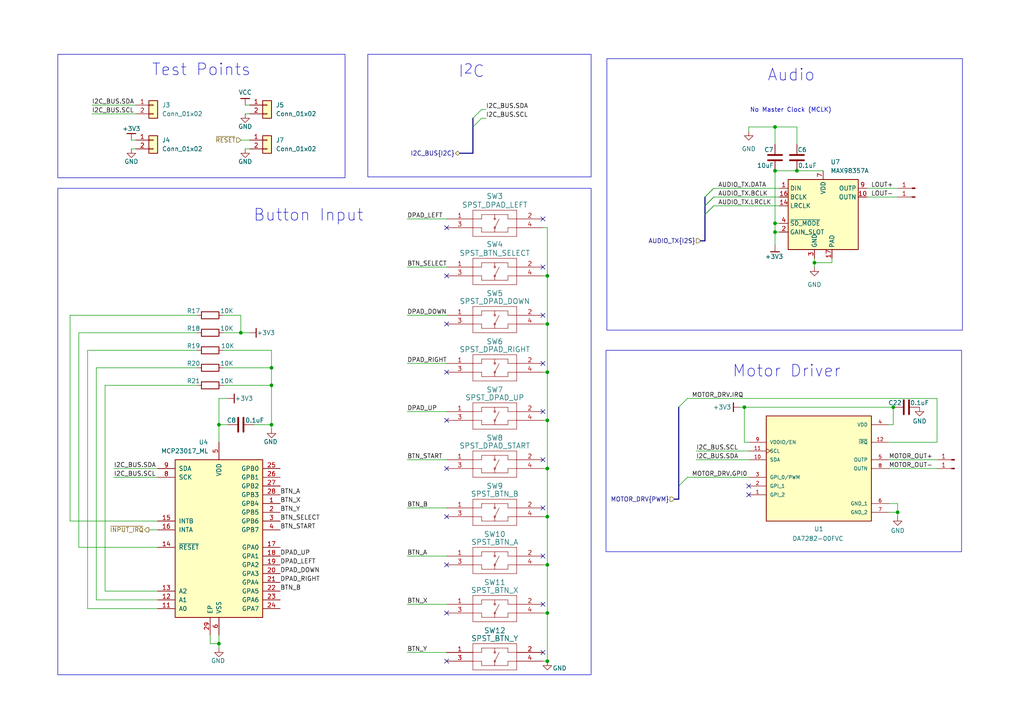
<source format=kicad_sch>
(kicad_sch (version 20250114) (generator "eeschema") (generator_version "9.0")
  (paper "A4")
  (title_block (title "${TITLE}") (date "2024-12-25") (rev "${VERSION}") (company "${AUTHOR}") (comment 1 "${LICENSE}"))
  (lib_symbols
    (symbol "Audio:MAX98357A"
      (property "Reference" "U" (at -8.89 11.43 0))
      (property "Value" "MAX98357A" (at 10.16 11.43 0))
      (symbol "MAX98357A_1_1"
        (rectangle (start -10.16 10.16) (end 10.16 -10.16) (stroke (width 0.254)) (fill (type background)))
        (pin input line (at -12.7 7.62 0) (length 2.54) (name "DIN") (number "1"))
        (pin input line (at -12.7 5.08 0) (length 2.54) (name "BCLK") (number "16"))
        (pin input line (at -12.7 2.54 0) (length 2.54) (name "LRCLK") (number "14"))
        (pin input line (at -12.7 -2.54 0) (length 2.54) (name "~{SD_MODE}") (number "4"))
        (pin passive line (at -12.7 -5.08 0) (length 2.54) (name "GAIN_SLOT") (number "2"))
        (pin passive line (at -2.54 -12.7 90) (length 2.54) (hide yes) (name "GND") (number "11"))
        (pin passive line (at -2.54 -12.7 90) (length 2.54) (hide yes) (name "GND") (number "15"))
        (pin power_in line (at -2.54 -12.7 90) (length 2.54) (name "GND") (number "3"))
        (pin power_in line (at 0 12.7 270) (length 2.54) (name "VDD") (number "7"))
        (pin passive line (at 0 12.7 270) (length 2.54) (hide yes) (name "VDD") (number "8"))
        (pin unspecified line (at 2.54 -12.7 90) (length 2.54) (name "PAD") (number "17"))
        (pin no_connect line (at 10.16 2.54 180) (length 2.54) (hide yes) (name "NC") (number "5"))
        (pin no_connect line (at 10.16 0 180) (length 2.54) (hide yes) (name "NC") (number "6"))
        (pin no_connect line (at 10.16 -5.08 180) (length 2.54) (hide yes) (name "NC") (number "12"))
        (pin no_connect line (at 10.16 -7.62 180) (length 2.54) (hide yes) (name "NC") (number "13"))
        (pin output line (at 12.7 7.62 180) (length 2.54) (name "OUTP") (number "9"))
        (pin output line (at 12.7 5.08 180) (length 2.54) (name "OUTN") (number "10"))
      )
    )
    (symbol "Connector:Conn_01x01_Pin" (pin_names (offset 1.016) (hide yes))
      (property "Reference" "J" (at 0 2.54 0))
      (property "Value" "Conn_01x01_Pin" (at 0 -2.54 0))
      (symbol "Conn_01x01_Pin_1_1"
        (rectangle (start 0.8636 0.127) (end 0 -0.127) (stroke (width 0.1524)) (fill (type outline)))
        (polyline (pts (xy 1.27 0) (xy 0.8636 0)) (stroke (width 0.1524)))
        (pin passive line (at 5.08 0 180) (length 3.81) (name "Pin_1") (number "1"))
      )
    )
    (symbol "Connector_Generic:Conn_01x02" (pin_names (offset 1.016) (hide yes))
      (property "Reference" "J" (at 0 2.54 0))
      (property "Value" "Conn_01x02" (at 0 -5.08 0))
      (symbol "Conn_01x02_1_1"
        (rectangle (start -1.27 1.27) (end 1.27 -3.81) (stroke (width 0.254)) (fill (type background)))
        (rectangle (start -1.27 0.127) (end 0 -0.127) (stroke (width 0.1524)))
        (rectangle (start -1.27 -2.413) (end 0 -2.667) (stroke (width 0.1524)))
        (pin passive line (at -5.08 0 0) (length 3.81) (name "Pin_1") (number "1"))
        (pin passive line (at -5.08 -2.54 0) (length 3.81) (name "Pin_2") (number "2"))
      )
    )
    (symbol "DA7282-00FVC:DA7282-00FVC" (pin_names (offset 1.016))
      (property "Reference" "U" (at -15.24 15.875 0))
      (property "Value" "DA7282-00FVC" (at -15.24 -17.78 0))
      (symbol "DA7282-00FVC_0_0"
        (rectangle (start -15.24 15.24) (end 15.24 -15.24) (stroke (width 0.254)) (fill (type background)))
        (pin input line (at -20.32 7.62 0) (length 5.08) (name "VDDIO/EN") (number "9"))
        (pin input clock (at -20.32 5.08 0) (length 5.08) (name "SCL") (number "11"))
        (pin bidirectional line (at -20.32 2.54 0) (length 5.08) (name "SDA") (number "10"))
        (pin input line (at -20.32 -2.54 0) (length 5.08) (name "GPI_0/PWM") (number "3"))
        (pin input line (at -20.32 -5.08 0) (length 5.08) (name "GPI_1") (number "2"))
        (pin input line (at -20.32 -7.62 0) (length 5.08) (name "GPI_2") (number "1"))
        (pin power_in line (at 20.32 12.7 180) (length 5.08) (name "VDD") (number "4"))
        (pin output line (at 20.32 7.62 180) (length 5.08) (name "~{IRQ}") (number "12"))
        (pin output line (at 20.32 2.54 180) (length 5.08) (name "OUTP") (number "5"))
        (pin output line (at 20.32 0 180) (length 5.08) (name "OUTN") (number "8"))
        (pin power_in line (at 20.32 -10.16 180) (length 5.08) (name "GND_1") (number "6"))
        (pin power_in line (at 20.32 -12.7 180) (length 5.08) (name "GND_2") (number "7"))
      )
    )
    (symbol "Device:C" (pin_numbers (hide yes)) (pin_names (offset 0.254))
      (property "Reference" "C" (at 0.635 2.54 0))
      (property "Value" "C" (at 0.635 -2.54 0))
      (symbol "C_0_1"
        (polyline (pts (xy -2.032 0.762) (xy 2.032 0.762)) (stroke (width 0.508)))
        (polyline (pts (xy -2.032 -0.762) (xy 2.032 -0.762)) (stroke (width 0.508)))
      )
      (symbol "C_1_1"
        (pin passive line (at 0 3.81 270) (length 2.794) (name "~") (number "1"))
        (pin passive line (at 0 -3.81 90) (length 2.794) (name "~") (number "2"))
      )
    )
    (symbol "Device:R" (pin_numbers (hide yes)) (pin_names (offset 0))
      (property "Reference" "R" (at 2.032 0 90))
      (property "Value" "R" (at 0 0 90))
      (symbol "R_0_1"
        (rectangle (start -1.016 -2.54) (end 1.016 2.54) (stroke (width 0.254)))
      )
      (symbol "R_1_1"
        (pin passive line (at 0 3.81 270) (length 1.27) (name "~") (number "1"))
        (pin passive line (at 0 -3.81 90) (length 1.27) (name "~") (number "2"))
      )
    )
    (symbol "GND_1" (power) (pin_numbers (hide yes)) (pin_names (offset 0) (hide yes))
      (property "Value" "GND" (at 0 -3.81 0))
      (symbol "GND_1_0_1"
        (polyline (pts (xy 0 0) (xy 0 -1.27) (xy 1.27 -1.27) (xy 0 -2.54) (xy -1.27 -1.27) (xy 0 -1.27)))
      )
      (symbol "GND_1_1_1"
        (pin power_in line (at 0 0 270) (length 0) (name "~") (number "1"))
      )
    )
    (symbol "GND_29" (power) (pin_names (offset 0))
      (property "Value" "GND" (at 0 -3.81 0))
      (symbol "GND_29_0_1"
        (polyline (pts (xy 0 0) (xy 0 -1.27) (xy 1.27 -1.27) (xy 0 -2.54) (xy -1.27 -1.27) (xy 0 -1.27)))
      )
      (symbol "GND_29_1_1"
        (pin power_in line (at 0 0 270) (length 0) (hide yes) (name "GND") (number "1"))
      )
    )
    (symbol "GND_3" (power) (pin_numbers (hide yes)) (pin_names (offset 0) (hide yes))
      (property "Value" "GND" (at 0 -3.81 0))
      (symbol "GND_3_0_1"
        (polyline (pts (xy 0 0) (xy 0 -1.27) (xy 1.27 -1.27) (xy 0 -2.54) (xy -1.27 -1.27) (xy 0 -1.27)))
      )
      (symbol "GND_3_1_1"
        (pin power_in line (at 0 0 270) (length 0) (name "~") (number "1"))
      )
    )
    (symbol "GND_31" (power) (pin_names (offset 0))
      (property "Value" "GND" (at 0 -3.81 0))
      (symbol "GND_31_0_1"
        (polyline (pts (xy 0 0) (xy 0 -1.27) (xy 1.27 -1.27) (xy 0 -2.54) (xy -1.27 -1.27) (xy 0 -1.27)))
      )
      (symbol "GND_31_1_1"
        (pin power_in line (at 0 0 270) (length 0) (hide yes) (name "GND") (number "1"))
      )
    )
    (symbol "GND_38" (power) (pin_names (offset 0))
      (property "Value" "GND" (at 0 -3.81 0))
      (symbol "GND_38_0_1"
        (polyline (pts (xy 0 0) (xy 0 -1.27) (xy 1.27 -1.27) (xy 0 -2.54) (xy -1.27 -1.27) (xy 0 -1.27)))
      )
      (symbol "GND_38_1_1"
        (pin power_in line (at 0 0 270) (length 0) (hide yes) (name "GND") (number "1"))
      )
    )
    (symbol "Interface_Expansion:MCP23017_ML" (pin_names (offset 1.016))
      (property "Reference" "U" (at -11.43 24.13 0))
      (property "Value" "MCP23017_ML" (at 0 0 0))
      (symbol "MCP23017_ML_0_1"
        (rectangle (start -12.7 22.86) (end 12.7 -22.86) (stroke (width 0.254)) (fill (type background)))
      )
      (symbol "MCP23017_ML_1_1"
        (pin bidirectional line (at -17.78 20.32 0) (length 5.08) (name "SDA") (number "9"))
        (pin input line (at -17.78 17.78 0) (length 5.08) (name "SCK") (number "8"))
        (pin tri_state line (at -17.78 5.08 0) (length 5.08) (name "INTB") (number "15"))
        (pin tri_state line (at -17.78 2.54 0) (length 5.08) (name "INTA") (number "16"))
        (pin input line (at -17.78 -2.54 0) (length 5.08) (name "~{RESET}") (number "14"))
        (pin input line (at -17.78 -15.24 0) (length 5.08) (name "A2") (number "13"))
        (pin input line (at -17.78 -17.78 0) (length 5.08) (name "A1") (number "12"))
        (pin input line (at -17.78 -20.32 0) (length 5.08) (name "A0") (number "11"))
        (pin no_connect line (at -12.7 15.24 0) (length 5.08) (hide yes) (name "NC") (number "7"))
        (pin no_connect line (at -12.7 12.7 0) (length 5.08) (hide yes) (name "NC") (number "10"))
        (pin passive line (at -2.54 -27.94 90) (length 5.08) (name "EP") (number "29"))
        (pin power_in line (at 0 27.94 270) (length 5.08) (name "VDD") (number "5"))
        (pin power_in line (at 0 -27.94 90) (length 5.08) (name "VSS") (number "6"))
        (pin bidirectional line (at 17.78 20.32 180) (length 5.08) (name "GPB0") (number "25"))
        (pin bidirectional line (at 17.78 17.78 180) (length 5.08) (name "GPB1") (number "26"))
        (pin bidirectional line (at 17.78 15.24 180) (length 5.08) (name "GPB2") (number "27"))
        (pin bidirectional line (at 17.78 12.7 180) (length 5.08) (name "GPB3") (number "28"))
        (pin bidirectional line (at 17.78 10.16 180) (length 5.08) (name "GPB4") (number "1"))
        (pin bidirectional line (at 17.78 7.62 180) (length 5.08) (name "GPB5") (number "2"))
        (pin bidirectional line (at 17.78 5.08 180) (length 5.08) (name "GPB6") (number "3"))
        (pin output line (at 17.78 2.54 180) (length 5.08) (name "GPB7") (number "4"))
        (pin bidirectional line (at 17.78 -2.54 180) (length 5.08) (name "GPA0") (number "17"))
        (pin bidirectional line (at 17.78 -5.08 180) (length 5.08) (name "GPA1") (number "18"))
        (pin bidirectional line (at 17.78 -7.62 180) (length 5.08) (name "GPA2") (number "19"))
        (pin bidirectional line (at 17.78 -10.16 180) (length 5.08) (name "GPA3") (number "20"))
        (pin bidirectional line (at 17.78 -12.7 180) (length 5.08) (name "GPA4") (number "21"))
        (pin bidirectional line (at 17.78 -15.24 180) (length 5.08) (name "GPA5") (number "22"))
        (pin bidirectional line (at 17.78 -17.78 180) (length 5.08) (name "GPA6") (number "23"))
        (pin output line (at 17.78 -20.32 180) (length 5.08) (name "GPA7") (number "24"))
      )
    )
    (symbol "PTS526_SK15_SMTR2_LFS:PTS526_SK15_SMTR2_LFS" (pin_names (offset 0.254))
      (property "Reference" "U" (at 20.32 10.16 0))
      (property "Value" "PTS526 SK15 SMTR2 LFS" (at 20.32 7.62 0))
      (symbol "PTS526_SK15_SMTR2_LFS_0_1"
        (polyline (pts (xy 13.97 5.08) (xy 13.97 -2.54)) (stroke (width 0.127)))
        (polyline (pts (xy 13.97 2.54) (xy 16.51 2.54)) (stroke (width 0.127)))
        (polyline (pts (xy 13.97 -2.54) (xy 26.67 -2.54)) (stroke (width 0.127)))
        (polyline (pts (xy 16.51 3.81) (xy 24.13 3.81)) (stroke (width 0.127)))
        (polyline (pts (xy 16.51 2.54) (xy 16.51 3.81)) (stroke (width 0.127)))
        (polyline (pts (xy 16.51 0) (xy 13.97 0)) (stroke (width 0.127)))
        (polyline (pts (xy 16.51 -1.27) (xy 16.51 0)) (stroke (width 0.127)))
        (polyline (pts (xy 20.32 3.81) (xy 20.32 2.54)) (stroke (width 0.127)))
        (circle (center 20.32 2.54) (radius 0.254) (stroke (width 0.127)))
        (polyline (pts (xy 20.32 0) (xy 20.32 -1.27)) (stroke (width 0.127)))
        (circle (center 20.32 0) (radius 0.254) (stroke (width 0.127)))
        (polyline (pts (xy 21.59 2.54) (xy 20.32 0)) (stroke (width 0.127)))
        (polyline (pts (xy 24.13 3.81) (xy 24.13 2.54)) (stroke (width 0.127)))
        (polyline (pts (xy 24.13 2.54) (xy 26.67 2.54)) (stroke (width 0.127)))
        (polyline (pts (xy 24.13 0) (xy 24.13 -1.27)) (stroke (width 0.127)))
        (polyline (pts (xy 24.13 -1.27) (xy 16.51 -1.27)) (stroke (width 0.127)))
        (polyline (pts (xy 26.67 5.08) (xy 13.97 5.08)) (stroke (width 0.127)))
        (polyline (pts (xy 26.67 0) (xy 24.13 0)) (stroke (width 0.127)))
        (polyline (pts (xy 26.67 -2.54) (xy 26.67 5.08)) (stroke (width 0.127)))
      )
      (symbol "PTS526_SK15_SMTR2_LFS_1_1"
        (pin unspecified line (at 6.35 2.54 0) (length 7.62) (name "") (number "1"))
        (pin unspecified line (at 6.35 0 0) (length 7.62) (name "") (number "3"))
        (pin unspecified line (at 34.29 2.54 180) (length 7.62) (name "") (number "2"))
        (pin unspecified line (at 34.29 0 180) (length 7.62) (name "") (number "4"))
      )
    )
    (symbol "gkl_power:+3V3" (power) (pin_names (offset 0))
      (property "Value" "+3V3" (at 0 3.556 0))
      (symbol "+3V3_0_1"
        (polyline (pts (xy -1.27 1.905) (xy 1.27 1.905)) (stroke (width 0.3048)))
        (polyline (pts (xy 0 0) (xy 0 1.905)))
      )
      (symbol "+3V3_1_1"
        (pin power_in line (at 0 0 90) (length 0) (hide yes) (name "+3V3") (number "1"))
      )
    )
    (symbol "gkl_power:VCC" (power) (pin_names (offset 0))
      (property "Value" "VCC" (at 0 3.556 0))
      (symbol "VCC_0_1"
        (polyline (pts (xy -1.27 1.905) (xy 1.27 1.905)) (stroke (width 0.3048)))
        (polyline (pts (xy 0 0) (xy 0 1.905)))
      )
      (symbol "VCC_1_1"
        (pin power_in line (at 0 0 90) (length 0) (hide yes) (name "VCC") (number "1"))
      )
    )
  )
  (bus_alias "I2C" (members "SDA" "SCL"))
  (rectangle (start 106.68 15.748) (end 171.45 51.308))
  (rectangle (start 176.022 17.018) (end 279.146 95.758))
  (rectangle (start 16.764 15.748) (end 100.076 51.562))
  (rectangle (start 175.768 101.6) (end 278.892 160.02))
  (rectangle (start 16.764 54.61) (end 171.45 195.707))
  (text "Test Points" (at 43.942 22.352 0) (effects (font (size 3.4036 3.4036)) (justify left bottom)))
  (text "Audio" (at 222.504 23.876 0) (effects (font (size 3.4036 3.4036)) (justify left bottom)))
  (text "I^{2}C" (at 132.842 22.86 0) (effects (font (size 3.4036 3.4036)) (justify left bottom)))
  (text "No Master Clock (MCLK)" (at 229.362 32.004 0) (effects (font (size 1.27 1.27))))
  (text "Button Input" (at 73.406 64.516 0) (effects (font (size 3.4036 3.4036)) (justify left bottom)))
  (text "Motor Driver" (at 212.344 109.728 0) (effects (font (size 3.4036 3.4036)) (justify left bottom)))
  (junction (at 224.79 67.31))
  (junction (at 158.75 80.01))
  (junction (at 260.35 148.59))
  (junction (at 69.85 96.52))
  (junction (at 158.75 191.77))
  (junction (at 224.79 36.83))
  (junction (at 158.75 149.86))
  (junction (at 231.14 49.53))
  (junction (at 158.75 107.95))
  (junction (at 224.79 64.77))
  (junction (at 215.9 118.11))
  (junction (at 158.75 163.83))
  (junction (at 78.74 106.68))
  (junction (at 63.5 186.69))
  (junction (at 158.75 177.8))
  (junction (at 224.79 49.53))
  (junction (at 158.75 121.92))
  (junction (at 158.75 135.89))
  (junction (at 236.22 76.2))
  (junction (at 63.5 123.19))
  (junction (at 158.75 93.98))
  (junction (at 259.08 118.11))
  (junction (at 78.74 123.19))
  (junction (at 78.74 111.76))
  (no_connect (at 157.48 77.47))
  (no_connect (at 129.54 163.83))
  (no_connect (at 129.54 93.98))
  (no_connect (at 129.54 121.92))
  (no_connect (at 129.54 135.89))
  (no_connect (at 129.54 149.86))
  (no_connect (at 217.17 143.51))
  (no_connect (at 157.48 119.38))
  (no_connect (at 157.48 105.41))
  (no_connect (at 157.48 189.23))
  (no_connect (at 157.48 175.26))
  (no_connect (at 217.17 140.97))
  (no_connect (at 157.48 63.5))
  (no_connect (at 157.48 147.32))
  (no_connect (at 157.48 91.44))
  (no_connect (at 129.54 66.04))
  (no_connect (at 129.54 80.01))
  (no_connect (at 129.54 177.8))
  (no_connect (at 129.54 107.95))
  (no_connect (at 129.54 191.77))
  (no_connect (at 157.48 133.35))
  (no_connect (at 157.48 161.29))
  (bus_entry (at 204.47 59.69) (size 2.54 -2.54))
  (bus_entry (at 204.47 62.23) (size 2.54 -2.54))
  (bus_entry (at 137.16 36.83) (size 2.54 -2.54))
  (bus_entry (at 137.16 34.29) (size 2.54 -2.54))
  (bus_entry (at 196.85 118.11) (size 2.54 -2.54))
  (bus_entry (at 204.47 57.15) (size 2.54 -2.54))
  (bus_entry (at 204.47 57.15) (size 2.54 -2.54))
  (bus_entry (at 204.47 62.23) (size 2.54 -2.54))
  (bus_entry (at 204.47 59.69) (size 2.54 -2.54))
  (bus_entry (at 196.85 140.97) (size 2.54 -2.54))
  (bus (pts (xy 137.16 34.29) (xy 137.16 36.83)))
  (wire (pts (xy 64.77 96.52) (xy 69.85 96.52)))
  (wire (pts (xy 20.32 151.13) (xy 20.32 91.44)))
  (wire (pts (xy 257.81 148.59) (xy 260.35 148.59)))
  (wire (pts (xy 22.86 96.52) (xy 57.15 96.52)))
  (wire (pts (xy 22.86 96.52) (xy 22.86 158.75)))
  (wire (pts (xy 45.72 153.67) (xy 43.18 153.67)))
  (wire (pts (xy 207.01 57.15) (xy 226.06 57.15)))
  (bus (pts (xy 195.58 144.78) (xy 196.85 144.78)))
  (wire (pts (xy 224.79 64.77) (xy 226.06 64.77)))
  (wire (pts (xy 63.5 184.15) (xy 63.5 186.69)))
  (wire (pts (xy 199.39 138.43) (xy 217.17 138.43)))
  (bus (pts (xy 133.35 44.45) (xy 137.16 44.45)))
  (wire (pts (xy 63.5 187.96) (xy 63.5 186.69)))
  (wire (pts (xy 139.7 34.29) (xy 140.97 34.29)))
  (wire (pts (xy 27.94 106.68) (xy 27.94 173.99)))
  (wire (pts (xy 33.02 135.89) (xy 45.72 135.89)))
  (wire (pts (xy 224.79 71.12) (xy 224.79 67.31)))
  (wire (pts (xy 69.85 96.52) (xy 72.39 96.52)))
  (wire (pts (xy 118.11 77.47) (xy 129.54 77.47)))
  (wire (pts (xy 45.72 151.13) (xy 20.32 151.13)))
  (wire (pts (xy 157.48 177.8) (xy 158.75 177.8)))
  (wire (pts (xy 236.22 74.93) (xy 236.22 76.2)))
  (bus (pts (xy 204.47 62.23) (xy 204.47 69.85)))
  (wire (pts (xy 157.48 191.77) (xy 158.75 191.77)))
  (wire (pts (xy 64.77 91.44) (xy 69.85 91.44)))
  (wire (pts (xy 260.35 146.05) (xy 260.35 148.59)))
  (wire (pts (xy 158.75 163.83) (xy 158.75 177.8)))
  (wire (pts (xy 158.75 177.8) (xy 158.75 191.77)))
  (bus (pts (xy 196.85 144.78) (xy 196.85 140.97)))
  (bus (pts (xy 203.2 69.85) (xy 204.47 69.85)))
  (wire (pts (xy 236.22 76.2) (xy 236.22 77.47)))
  (wire (pts (xy 20.32 91.44) (xy 57.15 91.44)))
  (wire (pts (xy 78.74 111.76) (xy 78.74 123.19)))
  (wire (pts (xy 257.81 135.89) (xy 271.78 135.89)))
  (wire (pts (xy 118.11 189.23) (xy 129.54 189.23)))
  (wire (pts (xy 27.94 106.68) (xy 57.15 106.68)))
  (bus (pts (xy 204.47 57.15) (xy 204.47 59.69)))
  (wire (pts (xy 63.5 115.57) (xy 63.5 123.19)))
  (wire (pts (xy 139.7 31.75) (xy 140.97 31.75)))
  (wire (pts (xy 259.08 118.11) (xy 215.9 118.11)))
  (wire (pts (xy 257.81 146.05) (xy 260.35 146.05)))
  (wire (pts (xy 158.75 66.04) (xy 157.48 66.04)))
  (wire (pts (xy 63.5 123.19) (xy 63.5 128.27)))
  (wire (pts (xy 72.39 40.64) (xy 69.85 40.64)))
  (wire (pts (xy 158.75 80.01) (xy 158.75 93.98)))
  (wire (pts (xy 260.35 149.86) (xy 260.35 148.59)))
  (wire (pts (xy 118.11 105.41) (xy 129.54 105.41)))
  (wire (pts (xy 157.48 80.01) (xy 158.75 80.01)))
  (wire (pts (xy 26.67 30.48) (xy 39.37 30.48)))
  (wire (pts (xy 214.63 118.11) (xy 215.9 118.11)))
  (bus (pts (xy 196.85 118.11) (xy 196.85 140.97)))
  (wire (pts (xy 26.67 33.02) (xy 39.37 33.02)))
  (wire (pts (xy 238.76 49.53) (xy 231.14 49.53)))
  (wire (pts (xy 241.3 76.2) (xy 236.22 76.2)))
  (wire (pts (xy 71.12 33.02) (xy 72.39 33.02)))
  (wire (pts (xy 78.74 124.46) (xy 78.74 123.19)))
  (wire (pts (xy 66.04 123.19) (xy 63.5 123.19)))
  (wire (pts (xy 231.14 36.83) (xy 224.79 36.83)))
  (wire (pts (xy 30.48 111.76) (xy 57.15 111.76)))
  (wire (pts (xy 224.79 64.77) (xy 224.79 67.31)))
  (wire (pts (xy 73.66 123.19) (xy 78.74 123.19)))
  (wire (pts (xy 157.48 107.95) (xy 158.75 107.95)))
  (wire (pts (xy 71.12 43.18) (xy 72.39 43.18)))
  (wire (pts (xy 251.46 54.61) (xy 260.35 54.61)))
  (wire (pts (xy 158.75 93.98) (xy 158.75 107.95)))
  (wire (pts (xy 217.17 36.83) (xy 217.17 38.1)))
  (wire (pts (xy 64.77 101.6) (xy 78.74 101.6)))
  (wire (pts (xy 66.04 115.57) (xy 63.5 115.57)))
  (wire (pts (xy 224.79 49.53) (xy 224.79 64.77)))
  (wire (pts (xy 158.75 66.04) (xy 158.75 80.01)))
  (wire (pts (xy 129.54 63.5) (xy 118.11 63.5)))
  (wire (pts (xy 27.94 173.99) (xy 45.72 173.99)))
  (wire (pts (xy 224.79 36.83) (xy 217.17 36.83)))
  (wire (pts (xy 25.4 176.53) (xy 45.72 176.53)))
  (wire (pts (xy 158.75 135.89) (xy 158.75 149.86)))
  (wire (pts (xy 118.11 175.26) (xy 129.54 175.26)))
  (bus (pts (xy 137.16 36.83) (xy 137.16 44.45)))
  (wire (pts (xy 207.01 54.61) (xy 226.06 54.61)))
  (wire (pts (xy 224.79 67.31) (xy 226.06 67.31)))
  (wire (pts (xy 78.74 101.6) (xy 78.74 106.68)))
  (wire (pts (xy 157.48 93.98) (xy 158.75 93.98)))
  (bus (pts (xy 204.47 59.69) (xy 204.47 62.23)))
  (wire (pts (xy 201.93 133.35) (xy 217.17 133.35)))
  (wire (pts (xy 118.11 147.32) (xy 129.54 147.32)))
  (wire (pts (xy 231.14 49.53) (xy 224.79 49.53)))
  (wire (pts (xy 64.77 111.76) (xy 78.74 111.76)))
  (wire (pts (xy 158.75 149.86) (xy 158.75 163.83)))
  (wire (pts (xy 78.74 106.68) (xy 78.74 111.76)))
  (wire (pts (xy 201.93 130.81) (xy 217.17 130.81)))
  (wire (pts (xy 118.11 119.38) (xy 129.54 119.38)))
  (wire (pts (xy 271.78 128.27) (xy 257.81 128.27)))
  (wire (pts (xy 199.39 115.57) (xy 271.78 115.57)))
  (wire (pts (xy 207.01 59.69) (xy 226.06 59.69)))
  (wire (pts (xy 271.78 115.57) (xy 271.78 128.27)))
  (wire (pts (xy 215.9 118.11) (xy 215.9 128.27)))
  (wire (pts (xy 260.35 57.15) (xy 251.46 57.15)))
  (wire (pts (xy 259.08 123.19) (xy 259.08 118.11)))
  (wire (pts (xy 22.86 158.75) (xy 45.72 158.75)))
  (wire (pts (xy 38.1 43.18) (xy 39.37 43.18)))
  (wire (pts (xy 71.12 30.48) (xy 72.39 30.48)))
  (wire (pts (xy 259.08 123.19) (xy 257.81 123.19)))
  (wire (pts (xy 157.48 163.83) (xy 158.75 163.83)))
  (wire (pts (xy 30.48 171.45) (xy 45.72 171.45)))
  (wire (pts (xy 30.48 111.76) (xy 30.48 171.45)))
  (wire (pts (xy 33.02 138.43) (xy 45.72 138.43)))
  (wire (pts (xy 157.48 149.86) (xy 158.75 149.86)))
  (wire (pts (xy 231.14 41.91) (xy 231.14 36.83)))
  (wire (pts (xy 215.9 128.27) (xy 217.17 128.27)))
  (wire (pts (xy 157.48 121.92) (xy 158.75 121.92)))
  (wire (pts (xy 118.11 133.35) (xy 129.54 133.35)))
  (wire (pts (xy 241.3 74.93) (xy 241.3 76.2)))
  (wire (pts (xy 60.96 186.69) (xy 63.5 186.69)))
  (wire (pts (xy 118.11 161.29) (xy 129.54 161.29)))
  (wire (pts (xy 38.1 40.64) (xy 39.37 40.64)))
  (wire (pts (xy 224.79 36.83) (xy 224.79 41.91)))
  (wire (pts (xy 69.85 91.44) (xy 69.85 96.52)))
  (wire (pts (xy 60.96 184.15) (xy 60.96 186.69)))
  (wire (pts (xy 158.75 107.95) (xy 158.75 121.92)))
  (wire (pts (xy 257.81 133.35) (xy 271.78 133.35)))
  (wire (pts (xy 64.77 106.68) (xy 78.74 106.68)))
  (wire (pts (xy 25.4 101.6) (xy 57.15 101.6)))
  (wire (pts (xy 157.48 135.89) (xy 158.75 135.89)))
  (wire (pts (xy 118.11 91.44) (xy 129.54 91.44)))
  (wire (pts (xy 158.75 121.92) (xy 158.75 135.89)))
  (wire (pts (xy 25.4 101.6) (xy 25.4 176.53)))
  (label "BTN_A" (at 81.28 143.51 0))
  (label "AUDIO_TX.DATA" (at 208.28 54.61 0))
  (label "MOTOR_DRV.IRQ" (at 200.66 115.57 0))
  (label "I2C_BUS.SDA" (at 33.02 135.89 0))
  (label "BTN_SELECT" (at 118.11 77.47 0))
  (label "MOTOR_OUT+" (at 257.81 133.35 0))
  (label "DPAD_DOWN" (at 118.11 91.44 0))
  (label "I2C_BUS.SDA" (at 140.97 31.75 0))
  (label "BTN_START" (at 118.11 133.35 0))
  (label "I2C_BUS.SDA" (at 26.67 30.48 0))
  (label "DPAD_UP" (at 118.11 119.38 0))
  (label "DPAD_LEFT" (at 118.11 63.5 0))
  (label "BTN_X" (at 81.28 146.05 0))
  (label "I2C_BUS.SCL" (at 201.93 130.81 0))
  (label "BTN_START" (at 81.28 153.67 0))
  (label "AUDIO_TX.BCLK" (at 208.28 57.15 0))
  (label "DPAD_RIGHT" (at 118.11 105.41 0))
  (label "BTN_B" (at 81.28 171.45 0))
  (label "I2C_BUS.SCL" (at 26.67 33.02 0))
  (label "I2C_BUS.SCL" (at 140.97 34.29 0))
  (label "DPAD_DOWN" (at 81.28 166.37 0))
  (label "MOTOR_OUT-" (at 257.81 135.89 0))
  (label "I2C_BUS.SCL" (at 33.02 138.43 0))
  (label "BTN_Y" (at 81.28 148.59 0))
  (label "BTN_A" (at 118.11 161.29 0))
  (label "DPAD_RIGHT" (at 81.28 168.91 0))
  (label "MOTOR_DRV.GPI0" (at 200.66 138.43 0))
  (label "DPAD_LEFT" (at 81.28 163.83 0))
  (label "BTN_SELECT" (at 81.28 151.13 0))
  (label "DPAD_UP" (at 81.28 161.29 0))
  (label "LOUT-" (at 259.08 57.15 180))
  (label "LOUT+" (at 259.08 54.61 180))
  (label "BTN_B" (at 118.11 147.32 0))
  (label "I2C_BUS.SDA" (at 201.93 133.35 0))
  (label "BTN_Y" (at 118.11 189.23 0))
  (label "AUDIO_TX.LRCLK" (at 208.28 59.69 0))
  (label "BTN_X" (at 118.11 175.26 0))
  (hierarchical_label "~{INPUT_IRQ}" (shape output) (at 43.18 153.67 180))
  (hierarchical_label "I2C_BUS{I2C}" (shape bidirectional) (at 133.35 44.45 180))
  (hierarchical_label "MOTOR_DRV{PWM}" (shape input) (at 195.58 144.78 180))
  (hierarchical_label "~{RESET}" (shape input) (at 69.85 40.64 180))
  (hierarchical_label "AUDIO_TX{I2S}" (shape input) (at 203.2 69.85 180))
  (symbol (lib_name "GND_1") (lib_id "power:GND") (at 260.35 149.86 0) (unit 1)
    (property "Reference" "#PWR020" (effects (hide yes)))
    (property "Value" "GND" (at 258.318 153.924 0) (effects (justify left)))
    (property "Description" "Power symbol creates a global label with name \"GND\" , ground" (effects (hide yes)))
  )
  (symbol (lib_id "Device:R") (at 60.96 101.6 90) (unit 1)
    (property "Reference" "R19" (at 56.134 100.33 90))
    (property "Value" "10K" (at 66.04 100.33 90))
    (property "Footprint" "Capacitor_SMD:C_0402_1005Metric" (effects (hide yes)))
    (property "Datasheet" "https://www.vishay.com/docs/20067/rcahp.pdf" (effects (hide yes)))
    (property "Description" "Resistor" (effects (hide yes)))
    (property "MP" "RCA040210K0FKEDHP" (effects (hide yes)))
  )
  (symbol (lib_id "PTS526_SK15_SMTR2_LFS:PTS526_SK15_SMTR2_LFS") (at 123.19 93.98 0) (unit 1)
    (property "Reference" "SW5" (at 143.51 85.09 0) (effects (font (size 1.524 1.524))))
    (property "Value" "SPST_DPAD_DOWN" (at 143.51 87.376 0) (effects (font (size 1.524 1.524))))
    (property "Footprint" "PTS526_SK15_SMTR2_LFS:SMT_FS" (effects (hide yes)))
    (property "Datasheet" "https://www.ckswitches.com/media/2780/pts526.pdf" (effects (hide yes)))
    (property "MP" "PTS526SK15SMTR2 LFS" (effects (hide yes)))
  )
  (symbol (lib_id "Device:C") (at 224.79 45.72 180) (unit 1)
    (property "Reference" "C7" (at 223.012 43.434 0))
    (property "Value" "10uF" (at 221.996 48.006 0))
    (property "Footprint" "Capacitor_SMD:C_0603_1608Metric" (effects (hide yes)))
    (property "Datasheet" "https://search.murata.co.jp/Ceramy/image/img/A01X/G101/ENG/GRM188C81C106MA73-01.pdf" (effects (hide yes)))
    (property "Description" "Unpolarized capacitor" (effects (hide yes)))
    (property "MP" "GRM188C81C106MA73D" (effects (hide yes)))
  )
  (symbol (lib_id "Device:R") (at 60.96 111.76 90) (unit 1)
    (property "Reference" "R21" (at 56.134 110.49 90))
    (property "Value" "10K" (at 65.786 110.49 90))
    (property "Footprint" "Capacitor_SMD:C_0402_1005Metric" (effects (hide yes)))
    (property "Datasheet" "https://www.vishay.com/docs/20067/rcahp.pdf" (effects (hide yes)))
    (property "Description" "Resistor" (effects (hide yes)))
    (property "MP" "RCA040210K0FKEDHP" (effects (hide yes)))
  )
  (symbol (lib_name "GND_1") (lib_id "power:GND") (at 266.7 118.11 0) (unit 1)
    (property "Reference" "#PWR069" (effects (hide yes)))
    (property "Value" "GND" (at 264.668 122.174 0) (effects (justify left)))
    (property "Description" "Power symbol creates a global label with name \"GND\" , ground" (effects (hide yes)))
  )
  (symbol (lib_id "PTS526_SK15_SMTR2_LFS:PTS526_SK15_SMTR2_LFS") (at 123.19 80.01 0) (unit 1)
    (property "Reference" "SW4" (at 143.51 70.866 0) (effects (font (size 1.524 1.524))))
    (property "Value" "SPST_BTN_SELECT" (at 143.51 73.406 0) (effects (font (size 1.524 1.524))))
    (property "Footprint" "PTS526_SK15_SMTR2_LFS:SMT_FS" (effects (hide yes)))
    (property "Datasheet" "https://www.ckswitches.com/media/2780/pts526.pdf" (effects (hide yes)))
    (property "MP" "PTS526SK15SMTR2 LFS" (effects (hide yes)))
  )
  (symbol (lib_id "Connector:Conn_01x01_Pin") (at 276.86 135.89 180) (unit 1)
    (property "Reference" "LPAD_OUT-1" (effects (hide yes)))
    (property "Value" "Conn_01x01_Pin" (effects (hide yes)))
    (property "Footprint" "Connector_Wire:SolderWirePad_1x01_SMD_1x2mm" (effects (hide yes)))
    (property "Description" "Generic connector, single row, 01x01, script generated" (effects (hide yes)))
  )
  (symbol (lib_id "gkl_power:+3V3") (at 72.39 96.52 270) (unit 1)
    (property "Reference" "#PWR044" (effects (hide yes)))
    (property "Value" "+3V3" (at 79.756 96.52 90) (effects (justify right)))
  )
  (symbol (lib_name "GND_29") (lib_id "power:GND") (at 63.5 187.96 0) (unit 1)
    (property "Reference" "#PWR046" (effects (hide yes)))
    (property "Value" "GND" (at 63.246 191.643 0))
  )
  (symbol (lib_id "PTS526_SK15_SMTR2_LFS:PTS526_SK15_SMTR2_LFS") (at 123.19 135.89 0) (unit 1)
    (property "Reference" "SW8" (at 143.51 127 0) (effects (font (size 1.524 1.524))))
    (property "Value" "SPST_DPAD_START" (at 143.51 129.286 0) (effects (font (size 1.524 1.524))))
    (property "Footprint" "PTS526_SK15_SMTR2_LFS:SMT_FS" (effects (hide yes)))
    (property "Datasheet" "https://www.ckswitches.com/media/2780/pts526.pdf" (effects (hide yes)))
    (property "MP" "PTS526SK15SMTR2 LFS" (effects (hide yes)))
  )
  (symbol (lib_id "Device:C") (at 262.89 118.11 270) (unit 1)
    (property "Reference" "C22" (at 259.588 116.84 90))
    (property "Value" "0.1uF" (at 266.7 116.84 90))
    (property "Footprint" "Capacitor_SMD:C_0402_1005Metric" (effects (hide yes)))
    (property "Datasheet" "https://search.murata.co.jp/Ceramy/image/img/A01X/G101/ENG/GRM155R71A104JA01-01.pdf" (effects (hide yes)))
    (property "Description" "Unpolarized capacitor" (effects (hide yes)))
    (property "MP" "GRM155R71A104JA01D" (effects (hide yes)))
  )
  (symbol (lib_id "PTS526_SK15_SMTR2_LFS:PTS526_SK15_SMTR2_LFS") (at 123.19 121.92 0) (unit 1)
    (property "Reference" "SW7" (at 143.51 113.03 0) (effects (font (size 1.524 1.524))))
    (property "Value" "SPST_DPAD_UP" (at 143.51 115.316 0) (effects (font (size 1.524 1.524))))
    (property "Footprint" "PTS526_SK15_SMTR2_LFS:SMT_FS" (effects (hide yes)))
    (property "Datasheet" "https://www.ckswitches.com/media/2780/pts526.pdf" (effects (hide yes)))
    (property "MP" "PTS526SK15SMTR2 LFS" (effects (hide yes)))
  )
  (symbol (lib_id "gkl_power:+3V3") (at 214.63 118.11 90) (unit 1)
    (property "Reference" "#PWR049" (effects (hide yes)))
    (property "Value" "+3V3" (at 212.09 118.11 90) (effects (justify left)))
  )
  (symbol (lib_name "GND_3") (lib_id "power:GND") (at 236.22 77.47 0) (unit 1)
    (property "Reference" "#PWR056" (effects (hide yes)))
    (property "Value" "GND" (at 236.22 82.55 0))
    (property "Description" "Power symbol creates a global label with name \"GND\" , ground" (effects (hide yes)))
  )
  (symbol (lib_id "PTS526_SK15_SMTR2_LFS:PTS526_SK15_SMTR2_LFS") (at 123.19 149.86 0) (unit 1)
    (property "Reference" "SW9" (at 143.51 140.97 0) (effects (font (size 1.524 1.524))))
    (property "Value" "SPST_BTN_B" (at 143.51 143.256 0) (effects (font (size 1.524 1.524))))
    (property "Footprint" "PTS526_SK15_SMTR2_LFS:SMT_FS" (effects (hide yes)))
    (property "Datasheet" "https://www.ckswitches.com/media/2780/pts526.pdf" (effects (hide yes)))
    (property "MP" "PTS526SK15SMTR2 LFS" (effects (hide yes)))
  )
  (symbol (lib_id "Device:R") (at 60.96 106.68 90) (unit 1)
    (property "Reference" "R20" (at 56.134 105.41 90))
    (property "Value" "10K" (at 65.786 105.41 90))
    (property "Footprint" "Capacitor_SMD:C_0402_1005Metric" (effects (hide yes)))
    (property "Datasheet" "https://www.vishay.com/docs/20067/rcahp.pdf" (effects (hide yes)))
    (property "Description" "Resistor" (effects (hide yes)))
    (property "MP" "RCA040210K0FKEDHP" (effects (hide yes)))
  )
  (symbol (lib_name "GND_38") (lib_id "power:GND") (at 71.12 43.18 0) (unit 1)
    (property "Reference" "#PWR024" (effects (hide yes)))
    (property "Value" "GND" (at 71.12 46.863 0))
  )
  (symbol (lib_id "PTS526_SK15_SMTR2_LFS:PTS526_SK15_SMTR2_LFS") (at 123.19 163.83 0) (unit 1)
    (property "Reference" "SW10" (at 143.51 154.94 0) (effects (font (size 1.524 1.524))))
    (property "Value" "SPST_BTN_A" (at 143.51 157.226 0) (effects (font (size 1.524 1.524))))
    (property "Footprint" "PTS526_SK15_SMTR2_LFS:SMT_FS" (effects (hide yes)))
    (property "Datasheet" "https://www.ckswitches.com/media/2780/pts526.pdf" (effects (hide yes)))
    (property "MP" "PTS526SK15SMTR2 LFS" (effects (hide yes)))
  )
  (symbol (lib_id "Device:R") (at 60.96 91.44 90) (unit 1)
    (property "Reference" "R17" (at 56.134 90.17 90))
    (property "Value" "10K" (at 65.786 90.17 90))
    (property "Footprint" "Capacitor_SMD:C_0402_1005Metric" (effects (hide yes)))
    (property "Datasheet" "https://www.vishay.com/docs/20067/rcahp.pdf" (effects (hide yes)))
    (property "Description" "Resistor" (effects (hide yes)))
    (property "MP" "RCA040210K0FKEDHP" (effects (hide yes)))
  )
  (symbol (lib_name "GND_38") (lib_id "power:GND") (at 71.12 33.02 0) (unit 1)
    (property "Reference" "#PWR023" (effects (hide yes)))
    (property "Value" "GND" (at 71.12 36.703 0))
  )
  (symbol (lib_id "Connector_Generic:Conn_01x02") (at 77.47 40.64 0) (unit 1)
    (property "Reference" "J7" (at 80.01 40.6399 0) (effects (justify left)))
    (property "Value" "Conn_01x02" (at 80.01 43.1799 0) (effects (justify left)))
    (property "Footprint" "Connector_PinHeader_2.54mm:PinHeader_1x02_P2.54mm_Vertical" (effects (hide yes)))
    (property "Datasheet" "https://www.we-online.com/components/products/datasheet/61300211121.pdf" (effects (hide yes)))
    (property "Description" "Generic connector, single row, 01x02, script generated (kicad-library-utils/schlib/autogen/connector/)" (effects (hide yes)))
    (property "MP" "61300211121" (effects (hide yes)))
  )
  (symbol (lib_id "gkl_power:VCC") (at 71.12 30.48 0) (unit 1)
    (property "Reference" "#PWR021" (effects (hide yes)))
    (property "Value" "VCC" (at 71.12 26.797 0))
  )
  (symbol (lib_id "PTS526_SK15_SMTR2_LFS:PTS526_SK15_SMTR2_LFS") (at 123.19 177.8 0) (unit 1)
    (property "Reference" "SW11" (at 143.51 168.91 0) (effects (font (size 1.524 1.524))))
    (property "Value" "SPST_BTN_X" (at 143.51 171.196 0) (effects (font (size 1.524 1.524))))
    (property "Footprint" "PTS526_SK15_SMTR2_LFS:SMT_FS" (effects (hide yes)))
    (property "Datasheet" "https://www.ckswitches.com/media/2780/pts526.pdf" (effects (hide yes)))
    (property "MP" "PTS526SK15SMTR2 LFS" (effects (hide yes)))
  )
  (symbol (lib_id "Device:R") (at 60.96 96.52 90) (unit 1)
    (property "Reference" "R18" (at 56.134 95.25 90))
    (property "Value" "10K" (at 65.786 95.25 90))
    (property "Footprint" "Capacitor_SMD:C_0402_1005Metric" (effects (hide yes)))
    (property "Datasheet" "https://www.vishay.com/docs/20067/rcahp.pdf" (effects (hide yes)))
    (property "Description" "Resistor" (effects (hide yes)))
    (property "MP" "RCA040210K0FKEDHP" (effects (hide yes)))
  )
  (symbol (lib_id "PTS526_SK15_SMTR2_LFS:PTS526_SK15_SMTR2_LFS") (at 123.19 66.04 0) (unit 1)
    (property "Reference" "SW3" (at 143.51 56.896 0) (effects (font (size 1.524 1.524))))
    (property "Value" "SPST_DPAD_LEFT" (at 143.51 59.436 0) (effects (font (size 1.524 1.524))))
    (property "Footprint" "PTS526_SK15_SMTR2_LFS:SMT_FS" (effects (hide yes)))
    (property "Datasheet" "https://www.ckswitches.com/media/2780/pts526.pdf" (effects (hide yes)))
    (property "MP" "PTS526SK15SMTR2 LFS" (effects (hide yes)))
  )
  (symbol (lib_id "Connector:Conn_01x01_Pin") (at 265.43 57.15 180) (unit 1)
    (property "Reference" "LPAD_OUT-2" (effects (hide yes)))
    (property "Value" "Conn_01x01_Pin" (effects (hide yes)))
    (property "Footprint" "Connector_Wire:SolderWirePad_1x01_SMD_1x2mm" (effects (hide yes)))
    (property "Description" "Generic connector, single row, 01x01, script generated" (effects (hide yes)))
  )
  (symbol (lib_id "Interface_Expansion:MCP23017_ML") (at 63.5 156.21 0) (unit 1)
    (property "Reference" "U4" (at 57.658 128.27 0) (effects (justify left)))
    (property "Value" "MCP23017_ML" (at 46.736 130.81 0) (effects (justify left)))
    (property "Footprint" "Package_DFN_QFN:QFN-28-1EP_6x6mm_P0.65mm_EP4.25x4.25mm" (effects (hide yes)))
    (property "Datasheet" "https://ww1.microchip.com/downloads/aemDocuments/documents/APID/ProductDocuments/DataSheets/MCP23017-Data-Sheet-DS20001952.pdf" (effects (hide yes)))
    (property "Description" "16-bit I/O expander, I2C, interrupts, w pull-ups, QFN-28" (effects (hide yes)))
    (property "MP" "MCP23017-E/ML" (effects (hide yes)))
  )
  (symbol (lib_id "Device:C") (at 231.14 45.72 180) (unit 1)
    (property "Reference" "C6" (at 232.664 43.434 0))
    (property "Value" "0.1uF" (at 234.188 48.006 0))
    (property "Footprint" "Capacitor_SMD:C_0402_1005Metric" (effects (hide yes)))
    (property "Datasheet" "https://search.murata.co.jp/Ceramy/image/img/A01X/G101/ENG/GRM155R71A104JA01-01.pdf" (effects (hide yes)))
    (property "Description" "Unpolarized capacitor" (effects (hide yes)))
    (property "MP" "GRM155R71A104JA01D" (effects (hide yes)))
  )
  (symbol (lib_id "Audio:MAX98357A") (at 238.76 62.23 0) (unit 1)
    (property "Reference" "U7" (at 240.9033 46.99 0) (effects (justify left)))
    (property "Value" "MAX98357A" (at 240.9033 49.53 0) (effects (justify left)))
    (property "Footprint" "Package_DFN_QFN:TQFN-16-1EP_3x3mm_P0.5mm_EP1.23x1.23mm" (effects (hide yes)))
    (property "Datasheet" "https://www.analog.com/media/en/technical-documentation/data-sheets/MAX98357A-MAX98357B.pdf" (effects (hide yes)))
    (property "Description" "Mono DAC with amplifier, I2S, PCM, TDM, 32-bit, 96khz, 3.2W, TQFP-16" (effects (hide yes)))
    (property "MP" "MAX98357AETE+T" (effects (hide yes)))
  )
  (symbol (lib_id "gkl_power:+3V3") (at 224.79 71.12 180) (unit 1)
    (property "Reference" "#PWR048" (effects (hide yes)))
    (property "Value" "+3V3" (at 224.536 74.422 0))
  )
  (symbol (lib_name "GND_38") (lib_id "power:GND") (at 38.1 43.18 0) (unit 1)
    (property "Reference" "#PWR018" (effects (hide yes)))
    (property "Value" "GND" (at 38.1 46.863 0))
  )
  (symbol (lib_id "PTS526_SK15_SMTR2_LFS:PTS526_SK15_SMTR2_LFS") (at 123.19 107.95 0) (unit 1)
    (property "Reference" "SW6" (at 143.51 99.06 0) (effects (font (size 1.524 1.524))))
    (property "Value" "SPST_DPAD_RIGHT" (at 143.51 101.346 0) (effects (font (size 1.524 1.524))))
    (property "Footprint" "PTS526_SK15_SMTR2_LFS:SMT_FS" (effects (hide yes)))
    (property "Datasheet" "https://www.ckswitches.com/media/2780/pts526.pdf" (effects (hide yes)))
    (property "MP" "PTS526SK15SMTR2 LFS" (effects (hide yes)))
  )
  (symbol (lib_id "Connector:Conn_01x01_Pin") (at 265.43 54.61 180) (unit 1)
    (property "Reference" "LPAD_OUT+2" (effects (hide yes)))
    (property "Value" "Conn_01x01_Pin" (effects (hide yes)))
    (property "Footprint" "Connector_Wire:SolderWirePad_1x01_SMD_1x2mm" (effects (hide yes)))
    (property "Description" "Generic connector, single row, 01x01, script generated" (effects (hide yes)))
  )
  (symbol (lib_id "Connector_Generic:Conn_01x02") (at 44.45 30.48 0) (unit 1)
    (property "Reference" "J3" (at 46.99 30.4799 0) (effects (justify left)))
    (property "Value" "Conn_01x02" (at 46.99 33.0199 0) (effects (justify left)))
    (property "Footprint" "Connector_PinHeader_2.54mm:PinHeader_1x02_P2.54mm_Vertical" (effects (hide yes)))
    (property "Datasheet" "https://www.we-online.com/components/products/datasheet/61300211121.pdf" (effects (hide yes)))
    (property "Description" "Generic connector, single row, 01x02, script generated (kicad-library-utils/schlib/autogen/connector/)" (effects (hide yes)))
    (property "MP" "61300211121" (effects (hide yes)))
  )
  (symbol (lib_id "Connector_Generic:Conn_01x02") (at 77.47 30.48 0) (unit 1)
    (property "Reference" "J5" (at 80.01 30.4799 0) (effects (justify left)))
    (property "Value" "Conn_01x02" (at 80.01 33.0199 0) (effects (justify left)))
    (property "Footprint" "Connector_PinHeader_2.54mm:PinHeader_1x02_P2.54mm_Vertical" (effects (hide yes)))
    (property "Datasheet" "https://www.we-online.com/components/products/datasheet/61300211121.pdf" (effects (hide yes)))
    (property "Description" "Generic connector, single row, 01x02, script generated (kicad-library-utils/schlib/autogen/connector/)" (effects (hide yes)))
    (property "MP" "61300211121" (effects (hide yes)))
  )
  (symbol (lib_id "gkl_power:+3V3") (at 38.1 40.64 0) (unit 1)
    (property "Reference" "#PWR017" (effects (hide yes)))
    (property "Value" "+3V3" (at 38.1 37.338 0))
  )
  (symbol (lib_id "gkl_power:+3V3") (at 66.04 115.57 270) (unit 1)
    (property "Reference" "#PWR059" (effects (hide yes)))
    (property "Value" "+3V3" (at 73.406 115.57 90) (effects (justify right)))
  )
  (symbol (lib_id "Connector:Conn_01x01_Pin") (at 276.86 133.35 180) (unit 1)
    (property "Reference" "LPAD_OUT+1" (effects (hide yes)))
    (property "Value" "Conn_01x01_Pin" (effects (hide yes)))
    (property "Footprint" "Connector_Wire:SolderWirePad_1x01_SMD_1x2mm" (effects (hide yes)))
    (property "Description" "Generic connector, single row, 01x01, script generated" (effects (hide yes)))
  )
  (symbol (lib_id "DA7282-00FVC:DA7282-00FVC") (at 237.49 135.89 0) (unit 1)
    (property "Reference" "U1" (at 237.49 153.416 0))
    (property "Value" "DA7282-00FVC" (at 237.236 156.21 0))
    (property "Footprint" "DA7282_00FVC:QFN65P300X300X84-12N" (effects (hide yes)))
    (property "Datasheet" "https://www.renesas.com/us/en/document/dst/da7282-datasheet?language=en" (effects (hide yes)))
    (property "PARTREV" "3.1" (effects (hide yes)))
    (property "STANDARD" "IPC-7351B" (effects (hide yes)))
    (property "SNAPEDA_PACKAGE_ID" "85016" (effects (hide yes)))
    (property "MAXIMUM_PACKAGE_HEIGHT" "0.84 mm" (effects (hide yes)))
    (property "MANUFACTURER" "Dialog Semiconductor" (effects (hide yes)))
    (property "MP" "DA7282-00FVC" (effects (hide yes)))
  )
  (symbol (lib_name "GND_31") (lib_id "power:GND") (at 158.75 191.77 0) (unit 1)
    (property "Reference" "#PWR016" (effects (hide yes)))
    (property "Value" "GND" (at 162.306 193.802 0))
  )
  (symbol (lib_id "PTS526_SK15_SMTR2_LFS:PTS526_SK15_SMTR2_LFS") (at 123.19 191.77 0) (unit 1)
    (property "Reference" "SW12" (at 143.51 182.88 0) (effects (font (size 1.524 1.524))))
    (property "Value" "SPST_BTN_Y" (at 143.51 185.166 0) (effects (font (size 1.524 1.524))))
    (property "Footprint" "PTS526_SK15_SMTR2_LFS:SMT_FS" (effects (hide yes)))
    (property "Datasheet" "https://www.ckswitches.com/media/2780/pts526.pdf" (effects (hide yes)))
    (property "MP" "PTS526SK15SMTR2 LFS" (effects (hide yes)))
  )
  (symbol (lib_id "Device:C") (at 69.85 123.19 270) (unit 1)
    (property "Reference" "C8" (at 65.786 121.92 90) (effects (justify left)))
    (property "Value" "0.1uF" (at 71.12 121.92 90) (effects (justify left)))
    (property "Footprint" "Capacitor_SMD:C_0402_1005Metric" (effects (hide yes)))
    (property "Datasheet" "https://search.murata.co.jp/Ceramy/image/img/A01X/G101/ENG/GRM155R71A104JA01-01.pdf" (effects (hide yes)))
    (property "MP" "GRM155R71A104JA01D" (effects (hide yes)))
  )
  (symbol (lib_id "Connector_Generic:Conn_01x02") (at 44.45 40.64 0) (unit 1)
    (property "Reference" "J4" (at 46.99 40.6399 0) (effects (justify left)))
    (property "Value" "Conn_01x02" (at 46.99 43.1799 0) (effects (justify left)))
    (property "Footprint" "Connector_PinHeader_2.54mm:PinHeader_1x02_P2.54mm_Vertical" (effects (hide yes)))
    (property "Datasheet" "https://www.we-online.com/components/products/datasheet/61300211121.pdf" (effects (hide yes)))
    (property "Description" "Generic connector, single row, 01x02, script generated (kicad-library-utils/schlib/autogen/connector/)" (effects (hide yes)))
    (property "MP" "61300211121" (effects (hide yes)))
  )
  (symbol (lib_name "GND_29") (lib_id "power:GND") (at 78.74 124.46 0) (unit 1)
    (property "Reference" "#PWR067" (effects (hide yes)))
    (property "Value" "GND" (at 78.486 128.143 0))
  )
  (symbol (lib_name "GND_3") (lib_id "power:GND") (at 217.17 38.1 0) (unit 1)
    (property "Reference" "#PWR047" (effects (hide yes)))
    (property "Value" "GND" (at 217.17 43.18 0))
    (property "Description" "Power symbol creates a global label with name \"GND\" , ground" (effects (hide yes)))
  )
)
</source>
